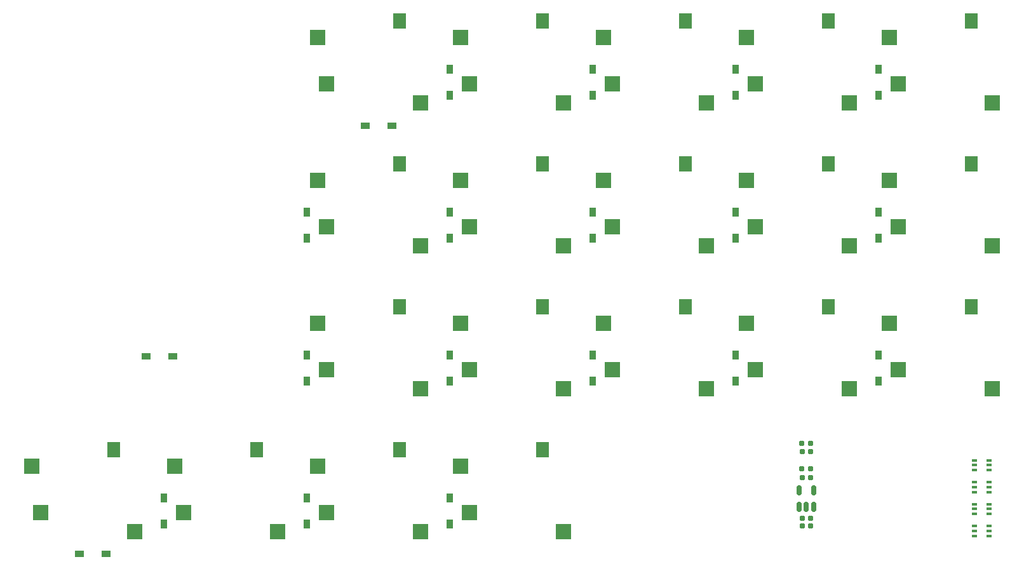
<source format=gtp>
G04 #@! TF.GenerationSoftware,KiCad,Pcbnew,(6.0.10)*
G04 #@! TF.CreationDate,2023-03-05T22:21:07-08:00*
G04 #@! TF.ProjectId,tsbym,74736279-6d2e-46b6-9963-61645f706362,rev?*
G04 #@! TF.SameCoordinates,Original*
G04 #@! TF.FileFunction,Paste,Top*
G04 #@! TF.FilePolarity,Positive*
%FSLAX46Y46*%
G04 Gerber Fmt 4.6, Leading zero omitted, Abs format (unit mm)*
G04 Created by KiCad (PCBNEW (6.0.10)) date 2023-03-05 22:21:07*
%MOMM*%
%LPD*%
G01*
G04 APERTURE LIST*
G04 Aperture macros list*
%AMRoundRect*
0 Rectangle with rounded corners*
0 $1 Rounding radius*
0 $2 $3 $4 $5 $6 $7 $8 $9 X,Y pos of 4 corners*
0 Add a 4 corners polygon primitive as box body*
4,1,4,$2,$3,$4,$5,$6,$7,$8,$9,$2,$3,0*
0 Add four circle primitives for the rounded corners*
1,1,$1+$1,$2,$3*
1,1,$1+$1,$4,$5*
1,1,$1+$1,$6,$7*
1,1,$1+$1,$8,$9*
0 Add four rect primitives between the rounded corners*
20,1,$1+$1,$2,$3,$4,$5,0*
20,1,$1+$1,$4,$5,$6,$7,0*
20,1,$1+$1,$6,$7,$8,$9,0*
20,1,$1+$1,$8,$9,$2,$3,0*%
G04 Aperture macros list end*
%ADD10RoundRect,0.155000X-0.212500X-0.155000X0.212500X-0.155000X0.212500X0.155000X-0.212500X0.155000X0*%
%ADD11R,0.950000X1.300000*%
%ADD12R,2.000000X2.000000*%
%ADD13R,1.800000X2.000000*%
%ADD14R,0.650000X0.400000*%
%ADD15R,1.300000X0.950000*%
%ADD16RoundRect,0.150000X0.150000X-0.512500X0.150000X0.512500X-0.150000X0.512500X-0.150000X-0.512500X0*%
%ADD17RoundRect,0.160000X-0.197500X-0.160000X0.197500X-0.160000X0.197500X0.160000X-0.197500X0.160000X0*%
%ADD18RoundRect,0.160000X0.197500X0.160000X-0.197500X0.160000X-0.197500X-0.160000X0.197500X-0.160000X0*%
%ADD19RoundRect,0.155000X0.212500X0.155000X-0.212500X0.155000X-0.212500X-0.155000X0.212500X-0.155000X0*%
G04 APERTURE END LIST*
D10*
X146625500Y-117348000D03*
X147760500Y-117348000D03*
D11*
X137795000Y-59941000D03*
X137795000Y-56391000D03*
X80645000Y-98041000D03*
X80645000Y-94491000D03*
X156845000Y-78991000D03*
X156845000Y-75441000D03*
D12*
X158270000Y-90280000D03*
X171970000Y-99060000D03*
D13*
X169170000Y-88080000D03*
D12*
X159470000Y-96520000D03*
X152920000Y-60960000D03*
X139220000Y-52180000D03*
X140420000Y-58420000D03*
D13*
X150120000Y-49980000D03*
D14*
X171511000Y-112791000D03*
X171511000Y-112141000D03*
X171511000Y-111491000D03*
X169611000Y-111491000D03*
X169611000Y-112141000D03*
X169611000Y-112791000D03*
D12*
X120170000Y-52180000D03*
X133870000Y-60960000D03*
D13*
X131070000Y-49980000D03*
D12*
X121370000Y-58420000D03*
D11*
X99695000Y-117091000D03*
X99695000Y-113541000D03*
D15*
X50295000Y-121031000D03*
X53845000Y-121031000D03*
D16*
X146243000Y-114802500D03*
X147193000Y-114802500D03*
X148143000Y-114802500D03*
X148143000Y-112527500D03*
X146243000Y-112527500D03*
D12*
X82070000Y-109330000D03*
X95770000Y-118110000D03*
D13*
X92970000Y-107130000D03*
D12*
X83270000Y-115570000D03*
D10*
X146625500Y-110871000D03*
X147760500Y-110871000D03*
D11*
X99695000Y-78991000D03*
X99695000Y-75441000D03*
D12*
X133870000Y-99060000D03*
X120170000Y-90280000D03*
X121370000Y-96520000D03*
D13*
X131070000Y-88080000D03*
D12*
X43970000Y-109330000D03*
X57670000Y-118110000D03*
D13*
X54870000Y-107130000D03*
D12*
X45170000Y-115570000D03*
D11*
X99695000Y-98041000D03*
X99695000Y-94491000D03*
D14*
X171511000Y-115712000D03*
X171511000Y-115062000D03*
X171511000Y-114412000D03*
X169611000Y-114412000D03*
X169611000Y-115062000D03*
X169611000Y-115712000D03*
D11*
X118745000Y-59941000D03*
X118745000Y-56391000D03*
D12*
X158270000Y-71230000D03*
X171970000Y-80010000D03*
D13*
X169170000Y-69030000D03*
D12*
X159470000Y-77470000D03*
D10*
X146625500Y-116332000D03*
X147760500Y-116332000D03*
D15*
X91945000Y-64008000D03*
X88395000Y-64008000D03*
D12*
X133870000Y-80010000D03*
X120170000Y-71230000D03*
D13*
X131070000Y-69030000D03*
D12*
X121370000Y-77470000D03*
D17*
X146595500Y-109728000D03*
X147790500Y-109728000D03*
D11*
X118745000Y-78991000D03*
X118745000Y-75441000D03*
D12*
X114820000Y-80010000D03*
X101120000Y-71230000D03*
X102320000Y-77470000D03*
D13*
X112020000Y-69030000D03*
D11*
X99695000Y-59941000D03*
X99695000Y-56391000D03*
D18*
X147790500Y-106299000D03*
X146595500Y-106299000D03*
D11*
X80645000Y-78991000D03*
X80645000Y-75441000D03*
X137795000Y-78991000D03*
X137795000Y-75441000D03*
X118745000Y-98041000D03*
X118745000Y-94491000D03*
X156845000Y-98041000D03*
X156845000Y-94491000D03*
D12*
X82070000Y-52180000D03*
X95770000Y-60960000D03*
D13*
X92970000Y-49980000D03*
D12*
X83270000Y-58420000D03*
X82070000Y-90280000D03*
X95770000Y-99060000D03*
X83270000Y-96520000D03*
D13*
X92970000Y-88080000D03*
D11*
X156845000Y-59941000D03*
X156845000Y-56391000D03*
D12*
X101120000Y-109330000D03*
X114820000Y-118110000D03*
D13*
X112020000Y-107130000D03*
D12*
X102320000Y-115570000D03*
X63020000Y-109330000D03*
X76720000Y-118110000D03*
X64220000Y-115570000D03*
D13*
X73920000Y-107130000D03*
D12*
X95770000Y-80010000D03*
X82070000Y-71230000D03*
X83270000Y-77470000D03*
D13*
X92970000Y-69030000D03*
D15*
X62735000Y-94742000D03*
X59185000Y-94742000D03*
D12*
X171970000Y-60960000D03*
X158270000Y-52180000D03*
X159470000Y-58420000D03*
D13*
X169170000Y-49980000D03*
D11*
X61595000Y-117091000D03*
X61595000Y-113541000D03*
D19*
X147760500Y-107442000D03*
X146625500Y-107442000D03*
D14*
X171511000Y-109870000D03*
X171511000Y-109220000D03*
X171511000Y-108570000D03*
X169611000Y-108570000D03*
X169611000Y-109220000D03*
X169611000Y-109870000D03*
D11*
X137795000Y-98041000D03*
X137795000Y-94491000D03*
D12*
X101120000Y-52180000D03*
X114820000Y-60960000D03*
X102320000Y-58420000D03*
D13*
X112020000Y-49980000D03*
D12*
X101120000Y-90280000D03*
X114820000Y-99060000D03*
D13*
X112020000Y-88080000D03*
D12*
X102320000Y-96520000D03*
D11*
X80645000Y-117091000D03*
X80645000Y-113541000D03*
D12*
X139220000Y-71230000D03*
X152920000Y-80010000D03*
X140420000Y-77470000D03*
D13*
X150120000Y-69030000D03*
D14*
X171511000Y-118633000D03*
X171511000Y-117983000D03*
X171511000Y-117333000D03*
X169611000Y-117333000D03*
X169611000Y-117983000D03*
X169611000Y-118633000D03*
D12*
X152920000Y-99060000D03*
X139220000Y-90280000D03*
X140420000Y-96520000D03*
D13*
X150120000Y-88080000D03*
M02*

</source>
